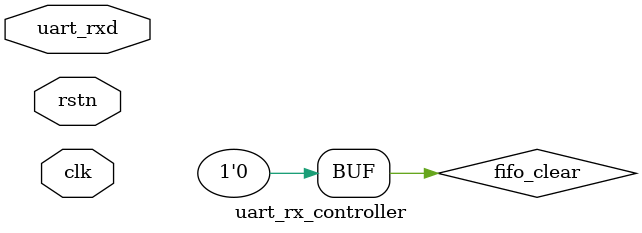
<source format=sv>
/*
 MIT License

 Copyright (c) 2019 Yuya Kudo

 Permission is hereby granted, free of charge, to any person obtaining a copy
 of this software and associated documentation files (the "Software"), to deal
 in the Software without restriction, including without limitation the rights
 to use, copy, modify, merge, publish, distribute, sublicense, and/or sell
 copies of the Software, and to permit persons to whom the Software is
 furnished to do so, subject to the following conditions:

 The above copyright notice and this permission notice shall be included in all
 copies or substantial portions of the Software.

 THE SOFTWARE IS PROVIDED "AS IS", WITHOUT WARRANTY OF ANY KIND, EXPRESS OR
 IMPLIED, INCLUDING BUT NOT LIMITED TO THE WARRANTIES OF MERCHANTABILITY,
 FITNESS FOR A PARTICULAR PURPOSE AND NONINFRINGEMENT. IN NO EVENT SHALL THE
 AUTHORS OR COPYRIGHT HOLDERS BE LIABLE FOR ANY CLAIM, DAMAGES OR OTHER
 LIABILITY, WHETHER IN AN ACTION OF CONTRACT, TORT OR OTHERWISE, ARISING FROM,
 OUT OF OR IN CONNECTION WITH THE SOFTWARE OR THE USE OR OTHER DEALINGS IN THE
 SOFTWARE.
 */

//-----------------------------------------------------------------------------
// include description of interface for memory bus
`include "if/w_busif.sv"
`include "if/r_busif.sv"

//-----------------------------------------------------------------------------
// module      : uart_rx_controller
// description : UARTデータ受信＆データデコードモジュール
//               | addr | data0 | data1 | data2 | data3 |
//               0      8       16      24      32      40
module uart_rx_controller
  #(parameter
    UART_FIFO_DEPTH    = 64,
    UART_BAUD_RATE     = 115200,
    CLK_FREQ           = 100_000_000,
    localparam
    REG_DEPTH          = 256,
    DATA_WIDTH         = 32,
    UART_DATA_WIDTH    = 9,
    LB_REG_DEPTH       = $clog2(REG_DEPTH),
    LB_UART_FIFO_DEPTH = $clog2(UART_FIFO_DEPTH))
   (w_busif.master bulk_rx,
    input logic    uart_rxd,
    input logic    clk,
    input logic    rstn);

   logic [UART_DATA_WIDTH-1:0]  uart_data;
   logic                        uart_valid;

   logic                        fifo_in_ready;
   logic [UART_DATA_WIDTH-1:0]  fifo_out_data;
   logic                        fifo_out_valid;
   logic                        fifo_out_ready;
   logic [LB_UART_FIFO_DEPTH:0] fifo_count;
   logic                        fifo_clear;

   logic                        fifo_out_exec;

   typedef enum logic [1:0] {STT_ADDR,
                             STT_DATA,
                             STT_BULK,
                             STT_WAIT} bulk_rx_statetype;

   bulk_rx_statetype          bulk_rx_state;
   logic [DATA_WIDTH-1:0]     bulk_rx_data_r;
   logic [LB_REG_DEPTH-1:0]   bulk_rx_addr_r;
   logic                      bulk_rx_valid_r;

   logic [1:0]                bulk_rx_data_cnt_r;
   logic                      bulk_rx_exec;
   logic                      bulk_rx_fetch_exec;

   uart_rx #(.DATA_WIDTH(UART_DATA_WIDTH),
             .BAUD_RATE(UART_BAUD_RATE),
             .CLK_FREQ(CLK_FREQ))
   uart_rx_inst(.uart_in(uart_rxd),
                .data(uart_data),
                .valid(uart_valid),
                .ready(fifo_in_ready),
                .clk(clk),
                .rstn(rstn));

   sync_fifo #(.DATA_WIDTH(UART_DATA_WIDTH),
               .FIFO_DEPTH(UART_FIFO_DEPTH))
   sync_fifo_inst(.in_data(uart_data),
                  .in_valid(uart_valid),
                  .in_ready(fifo_in_ready),
                  .out_data(fifo_out_data),
                  .out_valid(fifo_out_valid),
                  .out_ready(fifo_out_ready),
                  .count(fifo_count),
                  .clear(fifo_clear),
                  .clk(clk),
                  .rstn(rstn));

   always_comb begin
      bulk_rx.data       = bulk_rx_data_r;
      bulk_rx.addr       = bulk_rx_addr_r;
      bulk_rx.valid      = bulk_rx_valid_r;
      bulk_rx_exec       = bulk_rx.valid & bulk_rx.ready;
      bulk_rx_fetch_exec = (5 <= fifo_count);

      fifo_out_ready     = (bulk_rx_state == STT_ADDR) | (bulk_rx_state == STT_DATA);
      fifo_out_exec      = fifo_out_valid & fifo_out_ready;
      fifo_clear         = 0;
   end

   always_ff @(posedge clk) begin
      if(!rstn) begin
         bulk_rx_state      <= STT_WAIT;
         bulk_rx_data_r     <= 0;
         bulk_rx_addr_r     <= 0;
         bulk_rx_valid_r    <= 0;
         bulk_rx_data_cnt_r <= 0;
      end
      else begin
         //-----------------------------------------------------------------------------
         // 4 state FSM about rx data
         case(bulk_rx_state)

           //-----------------------------------------------------------------------------
           // state      : STT_ADDR
           // behavior   : アドレス取得
           // next state : FIFOから1バイト取得 -> STT_DATA
           STT_ADDR: begin
              // 最上位ビット(アドレスを表すフラグ)がアサートされていれば値を取得する
              if((fifo_out_exec) && (fifo_out_data[UART_DATA_WIDTH-1] == 1'b1)) begin
                 bulk_rx_addr_r <= fifo_out_data[UART_DATA_WIDTH-2:0];
                 bulk_rx_state  <= STT_DATA;
              end
           end

           //-----------------------------------------------------------------------------
           // state      : STT_DATA
           // behavior   : データ取得
           // next state : FIFOから4バイト取得 -> STT_BULK
           STT_DATA: begin
              if(fifo_out_exec) begin
                 bulk_rx_data_r     <= {bulk_rx_data_r[DATA_WIDTH-UART_DATA_WIDTH:0], fifo_out_data[UART_DATA_WIDTH-2:0]};
                 bulk_rx_data_cnt_r <= bulk_rx_data_cnt_r + 1;

                 if(bulk_rx_data_cnt_r == 3) begin
                    bulk_rx_valid_r <= 1;
                    bulk_rx_state   <= STT_BULK;
                 end
              end
           end

           //-----------------------------------------------------------------------------
           // state      : STT_BULK
           // behavior   : bulk out待機状態
           // next state : valid-readyハンドシェイク成立 -> STT_WAIT
           STT_BULK: begin
              if(bulk_rx_exec) begin
                 bulk_rx_valid_r <= 0;
                 bulk_rx_state   <= STT_WAIT;
              end
           end

           //-----------------------------------------------------------------------------
           // state      : STT_WAIT
           // behavior   : FIFOにデータが貯まるのを待つ
           // next state : FIFOにデータが5バイト(アドレス1バイト + データ4バイト)以上貯まっている -> STT_ADDR
           STT_WAIT: begin
              if(bulk_rx_fetch_exec) begin
                 bulk_rx_data_cnt_r <= 0;
                 bulk_rx_state      <= STT_ADDR;
              end
           end
         endcase
      end
   end

endmodule

</source>
